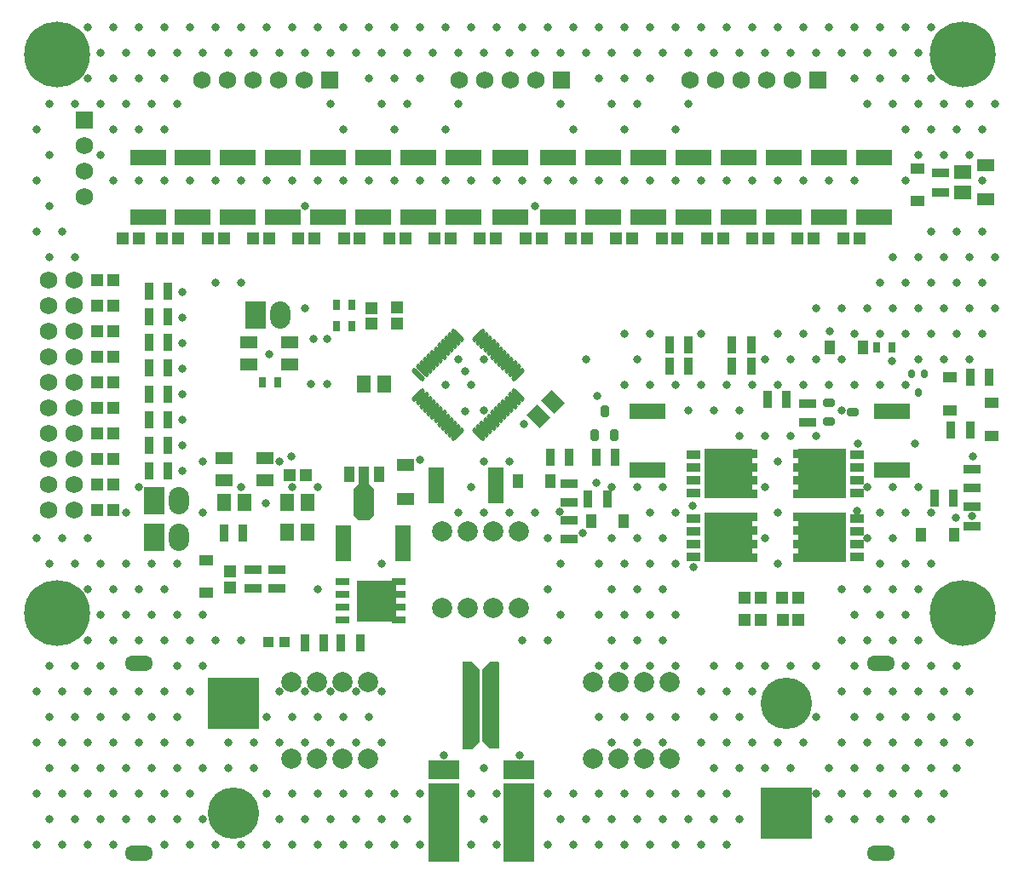
<source format=gts>
G04*
G04 #@! TF.GenerationSoftware,Altium Limited,Altium Designer,23.4.1 (23)*
G04*
G04 Layer_Color=8388736*
%FSLAX44Y44*%
%MOMM*%
G71*
G04*
G04 #@! TF.SameCoordinates,77ABDD02-67A3-4E24-B7DB-6919BA7AE113*
G04*
G04*
G04 #@! TF.FilePolarity,Negative*
G04*
G01*
G75*
%ADD59R,1.1182X1.4232*%
%ADD60R,0.7112X1.0922*%
%ADD61R,3.6032X1.5032*%
G04:AMPARAMS|DCode=62|XSize=1.4732mm|YSize=1.8034mm|CornerRadius=0mm|HoleSize=0mm|Usage=FLASHONLY|Rotation=225.000|XOffset=0mm|YOffset=0mm|HoleType=Round|Shape=Rectangle|*
%AMROTATEDRECTD62*
4,1,4,-0.1167,1.1585,1.1585,-0.1167,0.1167,-1.1585,-1.1585,0.1167,-0.1167,1.1585,0.0*
%
%ADD62ROTATEDRECTD62*%

%ADD63R,1.2032X1.1532*%
%ADD64R,1.1532X1.2032*%
%ADD65R,1.6532X0.9032*%
%ADD66R,0.9032X1.6532*%
%ADD67R,1.4232X1.1182*%
%ADD68R,1.0032X1.0032*%
%ADD69R,3.1532X1.8832*%
%ADD70R,3.1532X7.8232*%
G04:AMPARAMS|DCode=71|XSize=0.6732mm|YSize=0.8032mm|CornerRadius=0.151mm|HoleSize=0mm|Usage=FLASHONLY|Rotation=180.000|XOffset=0mm|YOffset=0mm|HoleType=Round|Shape=RoundedRectangle|*
%AMROUNDEDRECTD71*
21,1,0.6732,0.5013,0,0,180.0*
21,1,0.3713,0.8032,0,0,180.0*
1,1,0.3019,-0.1857,0.2507*
1,1,0.3019,0.1857,0.2507*
1,1,0.3019,0.1857,-0.2507*
1,1,0.3019,-0.1857,-0.2507*
%
%ADD71ROUNDEDRECTD71*%
%ADD72R,3.9620X4.0636*%
%ADD73R,1.3712X0.7616*%
%ADD74R,1.4220X0.7616*%
%ADD75R,1.8032X1.3032*%
%ADD76R,1.8034X1.4732*%
G04:AMPARAMS|DCode=77|XSize=0.8032mm|YSize=1.2032mm|CornerRadius=0.2516mm|HoleSize=0mm|Usage=FLASHONLY|Rotation=180.000|XOffset=0mm|YOffset=0mm|HoleType=Round|Shape=RoundedRectangle|*
%AMROUNDEDRECTD77*
21,1,0.8032,0.7000,0,0,180.0*
21,1,0.3000,1.2032,0,0,180.0*
1,1,0.5032,-0.1500,0.3500*
1,1,0.5032,0.1500,0.3500*
1,1,0.5032,0.1500,-0.3500*
1,1,0.5032,-0.1500,-0.3500*
%
%ADD77ROUNDEDRECTD77*%
G04:AMPARAMS|DCode=78|XSize=0.5032mm|YSize=1.6532mm|CornerRadius=0mm|HoleSize=0mm|Usage=FLASHONLY|Rotation=315.000|XOffset=0mm|YOffset=0mm|HoleType=Round|Shape=Round|*
%AMOVALD78*
21,1,1.1500,0.5032,0.0000,0.0000,45.0*
1,1,0.5032,-0.4066,-0.4066*
1,1,0.5032,0.4066,0.4066*
%
%ADD78OVALD78*%

G04:AMPARAMS|DCode=79|XSize=0.5032mm|YSize=1.6532mm|CornerRadius=0mm|HoleSize=0mm|Usage=FLASHONLY|Rotation=225.000|XOffset=0mm|YOffset=0mm|HoleType=Round|Shape=Round|*
%AMOVALD79*
21,1,1.1500,0.5032,0.0000,0.0000,315.0*
1,1,0.5032,-0.4066,0.4066*
1,1,0.5032,0.4066,-0.4066*
%
%ADD79OVALD79*%

G04:AMPARAMS|DCode=80|XSize=0.8032mm|YSize=1.2032mm|CornerRadius=0.2516mm|HoleSize=0mm|Usage=FLASHONLY|Rotation=90.000|XOffset=0mm|YOffset=0mm|HoleType=Round|Shape=RoundedRectangle|*
%AMROUNDEDRECTD80*
21,1,0.8032,0.7000,0,0,90.0*
21,1,0.3000,1.2032,0,0,90.0*
1,1,0.5032,0.3500,0.1500*
1,1,0.5032,0.3500,-0.1500*
1,1,0.5032,-0.3500,-0.1500*
1,1,0.5032,-0.3500,0.1500*
%
%ADD80ROUNDEDRECTD80*%
%ADD81R,1.4732X1.8034*%
%ADD82R,1.4032X0.8532*%
%ADD83R,0.7032X0.9032*%
%ADD84R,4.7032X4.9032*%
%ADD85R,1.5032X3.6032*%
%ADD86R,1.6533X1.2032*%
%ADD87R,1.1032X1.6032*%
%ADD88R,1.1032X2.0032*%
G04:AMPARAMS|DCode=89|XSize=2.1032mm|YSize=3.6032mm|CornerRadius=0mm|HoleSize=0mm|Usage=FLASHONLY|Rotation=0.000|XOffset=0mm|YOffset=0mm|HoleType=Round|Shape=Octagon|*
%AMOCTAGOND89*
4,1,8,-0.5258,1.8016,0.5258,1.8016,1.0516,1.2758,1.0516,-1.2758,0.5258,-1.8016,-0.5258,-1.8016,-1.0516,-1.2758,-1.0516,1.2758,-0.5258,1.8016,0.0*
%
%ADD89OCTAGOND89*%

%ADD90C,2.0032*%
%ADD91R,5.1192X5.1192*%
%ADD92C,5.1192*%
%ADD93O,2.8032X1.5032*%
%ADD94C,1.7532*%
%ADD95R,1.7532X1.7532*%
%ADD96O,2.0032X2.7032*%
%ADD97R,2.0032X2.7032*%
%ADD98R,1.7532X1.7532*%
%ADD99C,1.7272*%
%ADD100C,0.8232*%
%ADD101C,6.5524*%
G36*
X490462Y250281D02*
Y178456D01*
X490450D01*
X483108Y171114D01*
X474300D01*
X474218Y171196D01*
Y256794D01*
Y257635D01*
X483107D01*
X490462Y250281D01*
D02*
G37*
G36*
X510032Y257127D02*
Y171208D01*
X500622D01*
X493268Y178562D01*
Y250387D01*
X493279Y250387D01*
X500621Y257729D01*
X509429D01*
X510032Y257127D01*
D02*
G37*
D59*
X561459Y437388D02*
D03*
X528709D02*
D03*
X871847Y570484D02*
D03*
X839097D02*
D03*
X929267Y384048D02*
D03*
X962017D02*
D03*
X634222Y397256D02*
D03*
X601472D02*
D03*
D60*
X900430Y570230D02*
D03*
X885190D02*
D03*
X363474Y591312D02*
D03*
X348234D02*
D03*
X363474Y612394D02*
D03*
X348234D02*
D03*
X289814Y535432D02*
D03*
X274574D02*
D03*
D61*
X882396Y758988D02*
D03*
Y699988D02*
D03*
X161036Y758988D02*
D03*
Y699988D02*
D03*
X837549Y758988D02*
D03*
Y699988D02*
D03*
X792702Y758988D02*
D03*
Y699988D02*
D03*
X747855Y758988D02*
D03*
Y699988D02*
D03*
X703008Y758988D02*
D03*
Y699988D02*
D03*
X658162Y758988D02*
D03*
Y699988D02*
D03*
X613315Y758988D02*
D03*
Y699988D02*
D03*
X568468Y758988D02*
D03*
Y699988D02*
D03*
X521336Y758988D02*
D03*
Y699988D02*
D03*
X430117Y758988D02*
D03*
Y699988D02*
D03*
X385270Y758988D02*
D03*
Y699988D02*
D03*
X340424Y758988D02*
D03*
Y699988D02*
D03*
X295577Y758988D02*
D03*
Y699988D02*
D03*
X250730Y758988D02*
D03*
Y699988D02*
D03*
X205883Y758988D02*
D03*
Y699988D02*
D03*
X657250Y507274D02*
D03*
Y448274D02*
D03*
X900938Y507274D02*
D03*
Y448274D02*
D03*
X474964Y699988D02*
D03*
Y758988D02*
D03*
D62*
X563462Y515964D02*
D03*
X549094Y501596D02*
D03*
D63*
X110364Y408686D02*
D03*
X126364D02*
D03*
X770126Y299210D02*
D03*
X754126D02*
D03*
X791814Y299464D02*
D03*
X807814D02*
D03*
X770126Y321310D02*
D03*
X754126D02*
D03*
X791718D02*
D03*
X807718D02*
D03*
X220498Y678688D02*
D03*
X236498D02*
D03*
X281609D02*
D03*
X265609D02*
D03*
X326719D02*
D03*
X310719D02*
D03*
X355830Y678434D02*
D03*
X371830D02*
D03*
X416940D02*
D03*
X400940D02*
D03*
X446050D02*
D03*
X462050D02*
D03*
X552271Y678688D02*
D03*
X536271D02*
D03*
X507161Y678434D02*
D03*
X491161D02*
D03*
X581382Y678688D02*
D03*
X597382D02*
D03*
X642492D02*
D03*
X626492D02*
D03*
X671602D02*
D03*
X687602D02*
D03*
X732713D02*
D03*
X716713D02*
D03*
X761823D02*
D03*
X777823D02*
D03*
X822934D02*
D03*
X806934D02*
D03*
X852044D02*
D03*
X868044D02*
D03*
X301880Y443484D02*
D03*
X317880D02*
D03*
X110364Y434086D02*
D03*
X126364D02*
D03*
X110364Y510286D02*
D03*
X126364D02*
D03*
X110364Y484886D02*
D03*
X126364D02*
D03*
X126364Y459486D02*
D03*
X110364D02*
D03*
Y535686D02*
D03*
X126364D02*
D03*
Y586486D02*
D03*
X110364D02*
D03*
X126364Y561086D02*
D03*
X110364D02*
D03*
X110364Y611886D02*
D03*
X126364D02*
D03*
X126364Y637286D02*
D03*
X110364D02*
D03*
X152018Y678688D02*
D03*
X136018D02*
D03*
X191388D02*
D03*
X175388D02*
D03*
D64*
X242724Y331750D02*
D03*
X242724Y347750D02*
D03*
X408432Y593980D02*
D03*
Y609980D02*
D03*
X383286Y593726D02*
D03*
Y609726D02*
D03*
D65*
X265441Y330352D02*
D03*
Y349352D02*
D03*
X289204Y349352D02*
D03*
Y330352D02*
D03*
X948690Y724662D02*
D03*
Y743662D02*
D03*
X980440Y430326D02*
D03*
Y449326D02*
D03*
X579628Y398780D02*
D03*
Y379780D02*
D03*
X980440Y411938D02*
D03*
Y392938D02*
D03*
X579902Y416122D02*
D03*
Y435122D02*
D03*
X816849Y514468D02*
D03*
Y495468D02*
D03*
D66*
X978408Y487934D02*
D03*
X959408D02*
D03*
X741482Y572770D02*
D03*
X760482D02*
D03*
X997408Y541020D02*
D03*
X978408D02*
D03*
X741482Y551434D02*
D03*
X760482D02*
D03*
X679246D02*
D03*
X698246D02*
D03*
X679246Y572770D02*
D03*
X698246D02*
D03*
X336042Y276604D02*
D03*
X317042D02*
D03*
X372060Y276350D02*
D03*
X353060D02*
D03*
X795986Y518922D02*
D03*
X776986D02*
D03*
X580086Y461264D02*
D03*
X561086D02*
D03*
X942644Y420878D02*
D03*
X961644D02*
D03*
X617424Y419608D02*
D03*
X598424D02*
D03*
X606552Y461518D02*
D03*
X625552D02*
D03*
X255778Y385785D02*
D03*
X236778D02*
D03*
X162102Y524075D02*
D03*
X181102D02*
D03*
X162102Y498566D02*
D03*
X181102D02*
D03*
X162102Y473202D02*
D03*
X181102D02*
D03*
X162102Y447548D02*
D03*
X181102D02*
D03*
X162102Y549656D02*
D03*
X181102D02*
D03*
X162102Y600601D02*
D03*
X181102D02*
D03*
X162102Y575092D02*
D03*
X181102D02*
D03*
X181102Y626110D02*
D03*
X162102D02*
D03*
D67*
X999490Y482735D02*
D03*
Y515485D02*
D03*
X219100Y326211D02*
D03*
X219100Y358961D02*
D03*
X925576Y715713D02*
D03*
Y748463D02*
D03*
X958342Y507627D02*
D03*
Y540377D02*
D03*
D68*
X296544Y277366D02*
D03*
X280544Y277366D02*
D03*
D69*
X455156Y150442D02*
D03*
X529856D02*
D03*
D70*
X455156Y97842D02*
D03*
X529856D02*
D03*
D71*
X926592Y525424D02*
D03*
X920092Y544424D02*
D03*
X933092D02*
D03*
D72*
X388112Y318262D02*
D03*
D73*
X410210Y299212D02*
D03*
Y311912D02*
D03*
Y324612D02*
D03*
Y337312D02*
D03*
D74*
X354584Y299212D02*
D03*
Y311912D02*
D03*
Y324612D02*
D03*
Y337312D02*
D03*
D75*
X993648Y751822D02*
D03*
Y717822D02*
D03*
X417322Y453626D02*
D03*
Y419626D02*
D03*
D76*
X970878Y744982D02*
D03*
Y724662D02*
D03*
D77*
X614934Y506807D02*
D03*
X624434Y482807D02*
D03*
X605434D02*
D03*
D78*
X528891Y543576D02*
D03*
X525355Y547111D02*
D03*
X521820Y550647D02*
D03*
X518284Y554182D02*
D03*
X514749Y557718D02*
D03*
X511213Y561254D02*
D03*
X507677Y564789D02*
D03*
X504142Y568325D02*
D03*
X500606Y571860D02*
D03*
X497071Y575396D02*
D03*
X493535Y578931D02*
D03*
X490000Y582467D02*
D03*
X430249Y522716D02*
D03*
X433785Y519181D02*
D03*
X437320Y515645D02*
D03*
X440856Y512110D02*
D03*
X444392Y508574D02*
D03*
X447927Y505038D02*
D03*
X451463Y501503D02*
D03*
X454998Y497967D02*
D03*
X458534Y494432D02*
D03*
X462069Y490896D02*
D03*
X465605Y487361D02*
D03*
X469140Y483825D02*
D03*
D79*
Y582467D02*
D03*
X465605Y578931D02*
D03*
X462069Y575396D02*
D03*
X458534Y571860D02*
D03*
X454998Y568325D02*
D03*
X451463Y564789D02*
D03*
X447927Y561254D02*
D03*
X444392Y557718D02*
D03*
X440856Y554182D02*
D03*
X437320Y550647D02*
D03*
X433785Y547111D02*
D03*
X430249Y543576D02*
D03*
X490000Y483825D02*
D03*
X493535Y487361D02*
D03*
X497071Y490896D02*
D03*
X500606Y494432D02*
D03*
X504142Y497967D02*
D03*
X507677Y501503D02*
D03*
X511213Y505038D02*
D03*
X514749Y508574D02*
D03*
X518284Y512110D02*
D03*
X521820Y515645D02*
D03*
X525355Y519181D02*
D03*
X528891Y522716D02*
D03*
D80*
X861630Y505968D02*
D03*
X837630Y496468D02*
D03*
Y515468D02*
D03*
D81*
X375666Y534162D02*
D03*
X395986D02*
D03*
X320040Y416535D02*
D03*
X299720D02*
D03*
X256794D02*
D03*
X236474D02*
D03*
X320040Y386334D02*
D03*
X299720D02*
D03*
D82*
X865930Y400545D02*
D03*
X865930Y387845D02*
D03*
Y375145D02*
D03*
X865930Y362445D02*
D03*
X703220Y362445D02*
D03*
Y375145D02*
D03*
Y387845D02*
D03*
Y400545D02*
D03*
X865930Y463706D02*
D03*
Y451006D02*
D03*
X865930Y438306D02*
D03*
X865930Y425606D02*
D03*
X703220Y425606D02*
D03*
X703220Y438306D02*
D03*
X703220Y451006D02*
D03*
Y463706D02*
D03*
D83*
X805930Y361495D02*
D03*
Y374745D02*
D03*
X805930Y388245D02*
D03*
Y401495D02*
D03*
X763220Y401495D02*
D03*
Y388245D02*
D03*
Y374745D02*
D03*
Y361495D02*
D03*
X805930Y424656D02*
D03*
Y437906D02*
D03*
X805930Y451406D02*
D03*
X805930Y464656D02*
D03*
X763220Y464656D02*
D03*
X763220Y451406D02*
D03*
X763220Y437906D02*
D03*
X763220Y424656D02*
D03*
D84*
X830930Y381495D02*
D03*
X738220Y381495D02*
D03*
X830930Y444656D02*
D03*
X738220Y444656D02*
D03*
D85*
X507020Y433324D02*
D03*
X448020D02*
D03*
X355310Y375666D02*
D03*
X414310Y375666D02*
D03*
D86*
X236798Y438581D02*
D03*
Y460579D02*
D03*
X277298Y438581D02*
D03*
Y460579D02*
D03*
X301682Y575387D02*
D03*
Y553388D02*
D03*
X261182Y575387D02*
D03*
Y553388D02*
D03*
D87*
X390920Y443998D02*
D03*
X360920D02*
D03*
D88*
X375920Y441998D02*
D03*
D89*
Y415998D02*
D03*
D90*
X303390Y161290D02*
D03*
X379590D02*
D03*
X354190D02*
D03*
X328790D02*
D03*
X379590Y237490D02*
D03*
X354190D02*
D03*
X328790D02*
D03*
X303390D02*
D03*
X603390D02*
D03*
X628790D02*
D03*
X654190D02*
D03*
X679590D02*
D03*
X603390Y161290D02*
D03*
X628790D02*
D03*
X654190D02*
D03*
X679590D02*
D03*
X453390Y387490D02*
D03*
X478790D02*
D03*
X504190D02*
D03*
X529590D02*
D03*
X453390Y311290D02*
D03*
X478790D02*
D03*
X504190D02*
D03*
X529590D02*
D03*
D91*
X796000Y107408D02*
D03*
X246380Y216408D02*
D03*
D92*
X796000D02*
D03*
X246380Y107408D02*
D03*
D93*
X890000Y67408D02*
D03*
Y256408D02*
D03*
X152380D02*
D03*
Y67408D02*
D03*
D94*
X214630Y836168D02*
D03*
X240030D02*
D03*
X265430D02*
D03*
X290830D02*
D03*
X316230D02*
D03*
X98298Y770636D02*
D03*
Y745236D02*
D03*
Y719836D02*
D03*
X546736Y836516D02*
D03*
X521336D02*
D03*
X495936D02*
D03*
X470536D02*
D03*
X801426D02*
D03*
X776026D02*
D03*
X750626D02*
D03*
X725226D02*
D03*
X699826D02*
D03*
D95*
X341630Y836168D02*
D03*
X572136Y836516D02*
D03*
X826826D02*
D03*
D96*
X192132Y381762D02*
D03*
X292970Y602234D02*
D03*
X192132Y417576D02*
D03*
D97*
X167132Y381762D02*
D03*
X267970Y602234D02*
D03*
X167132Y417576D02*
D03*
D98*
X98298Y796036D02*
D03*
D99*
X87630Y408686D02*
D03*
Y434086D02*
D03*
X62230Y434086D02*
D03*
X87630Y459486D02*
D03*
X62230D02*
D03*
X87630Y484886D02*
D03*
X62230D02*
D03*
X87630Y510286D02*
D03*
X62230D02*
D03*
Y637286D02*
D03*
X87630D02*
D03*
X62230Y611886D02*
D03*
X87630D02*
D03*
X62230Y586486D02*
D03*
X87630D02*
D03*
X62230Y561086D02*
D03*
X87630Y561086D02*
D03*
X62230Y535686D02*
D03*
X87630Y535686D02*
D03*
X62230Y408686D02*
D03*
D100*
X1003300Y812800D02*
D03*
X990600Y787400D02*
D03*
Y736600D02*
D03*
Y685800D02*
D03*
X1003300Y660400D02*
D03*
X990600Y635000D02*
D03*
X1003300Y609600D02*
D03*
X990600Y584200D02*
D03*
X977900Y812800D02*
D03*
X965200Y787400D02*
D03*
X977900Y762000D02*
D03*
X965200Y685800D02*
D03*
X977900Y660400D02*
D03*
X965200Y635000D02*
D03*
X977900Y609600D02*
D03*
X965200Y584200D02*
D03*
X977900Y558800D02*
D03*
X939800Y889000D02*
D03*
Y838200D02*
D03*
X952500Y812800D02*
D03*
X939800Y787400D02*
D03*
X952500Y762000D02*
D03*
X939800Y685800D02*
D03*
X952500Y660400D02*
D03*
X939800Y635000D02*
D03*
X952500Y609600D02*
D03*
X939800Y584200D02*
D03*
X952500Y558800D02*
D03*
X914400Y889000D02*
D03*
X927100Y863600D02*
D03*
X914400Y838200D02*
D03*
X927100Y812800D02*
D03*
X914400Y787400D02*
D03*
X927100Y762000D02*
D03*
X914400Y736600D02*
D03*
X927100Y660400D02*
D03*
X914400Y635000D02*
D03*
X927100Y609600D02*
D03*
X914400Y584200D02*
D03*
X927100Y558800D02*
D03*
X914400Y533400D02*
D03*
X889000Y889000D02*
D03*
X901700Y863600D02*
D03*
X889000Y838200D02*
D03*
X901700Y812800D02*
D03*
Y660400D02*
D03*
X889000Y635000D02*
D03*
X901700Y609600D02*
D03*
X889000Y584200D02*
D03*
Y533400D02*
D03*
X863600Y889000D02*
D03*
X876300Y863600D02*
D03*
X863600Y838200D02*
D03*
X876300Y812800D02*
D03*
X863600Y736600D02*
D03*
X876300Y609600D02*
D03*
X863600Y584200D02*
D03*
Y533400D02*
D03*
X838200Y889000D02*
D03*
X850900Y863600D02*
D03*
X838200Y736600D02*
D03*
X850900Y609600D02*
D03*
Y558800D02*
D03*
X838200Y533400D02*
D03*
X850900Y508000D02*
D03*
X812800Y889000D02*
D03*
X825500Y863600D02*
D03*
X812800Y736600D02*
D03*
X825500Y609600D02*
D03*
X812800Y584200D02*
D03*
X825500Y558800D02*
D03*
X812800Y533400D02*
D03*
X787400Y889000D02*
D03*
X800100Y863600D02*
D03*
X787400Y736600D02*
D03*
Y584200D02*
D03*
X800100Y558800D02*
D03*
X787400Y533400D02*
D03*
X762000Y889000D02*
D03*
X774700Y863600D02*
D03*
X762000Y736600D02*
D03*
X774700Y558800D02*
D03*
X762000Y533400D02*
D03*
X736600Y889000D02*
D03*
X749300Y863600D02*
D03*
X736600Y736600D02*
D03*
Y533400D02*
D03*
X749300Y508000D02*
D03*
X711200Y889000D02*
D03*
X723900Y863600D02*
D03*
X711200Y736600D02*
D03*
Y584200D02*
D03*
Y533400D02*
D03*
X723900Y508000D02*
D03*
X685800Y889000D02*
D03*
X698500Y863600D02*
D03*
Y812800D02*
D03*
X685800Y787400D02*
D03*
Y736600D02*
D03*
Y533400D02*
D03*
X698500Y508000D02*
D03*
X660400Y889000D02*
D03*
X673100Y863600D02*
D03*
X660400Y838200D02*
D03*
Y736600D02*
D03*
Y584200D02*
D03*
Y533400D02*
D03*
X635000Y889000D02*
D03*
X647700Y863600D02*
D03*
X635000Y838200D02*
D03*
X647700Y812800D02*
D03*
X635000Y787400D02*
D03*
Y736600D02*
D03*
Y584200D02*
D03*
X647700Y558800D02*
D03*
X635000Y533400D02*
D03*
X609600Y889000D02*
D03*
X622300Y863600D02*
D03*
X609600Y838200D02*
D03*
X622300Y812800D02*
D03*
X609600Y736600D02*
D03*
X584200Y889000D02*
D03*
X596900Y863600D02*
D03*
X584200Y787400D02*
D03*
Y736600D02*
D03*
X596900Y558800D02*
D03*
X558800Y889000D02*
D03*
X571500Y863600D02*
D03*
Y812800D02*
D03*
X558800Y736600D02*
D03*
Y381000D02*
D03*
X571500Y355600D02*
D03*
X558800Y330200D02*
D03*
X571500Y304800D02*
D03*
X558800Y279400D02*
D03*
X533400Y889000D02*
D03*
X546100Y863600D02*
D03*
X533400Y736600D02*
D03*
X546100Y711200D02*
D03*
Y406400D02*
D03*
X533400Y279400D02*
D03*
X508000Y889000D02*
D03*
X520700Y863600D02*
D03*
X508000Y736600D02*
D03*
X520700Y457200D02*
D03*
Y406400D02*
D03*
X508000Y127000D02*
D03*
Y76200D02*
D03*
X482600Y889000D02*
D03*
X495300Y863600D02*
D03*
X482600Y736600D02*
D03*
X495300Y558800D02*
D03*
X482600Y533400D02*
D03*
X495300Y508000D02*
D03*
Y457200D02*
D03*
X482600Y431800D02*
D03*
X495300Y406400D02*
D03*
Y152400D02*
D03*
X482600Y127000D02*
D03*
X495300Y101600D02*
D03*
X482600Y76200D02*
D03*
X457200Y889000D02*
D03*
X469900Y863600D02*
D03*
Y812800D02*
D03*
X457200Y787400D02*
D03*
Y736600D02*
D03*
X469900Y558800D02*
D03*
X457200Y533400D02*
D03*
X469900Y406400D02*
D03*
X431800Y889000D02*
D03*
X444500Y863600D02*
D03*
X431800Y838200D02*
D03*
Y736600D02*
D03*
Y127000D02*
D03*
Y76200D02*
D03*
X406400Y889000D02*
D03*
X419100Y863600D02*
D03*
X406400Y838200D02*
D03*
X419100Y812800D02*
D03*
X406400Y787400D02*
D03*
Y736600D02*
D03*
Y127000D02*
D03*
X419100Y101600D02*
D03*
X406400Y76200D02*
D03*
X381000Y889000D02*
D03*
X393700Y863600D02*
D03*
X381000Y838200D02*
D03*
X393700Y812800D02*
D03*
X381000Y736600D02*
D03*
X393700Y355600D02*
D03*
X381000Y127000D02*
D03*
X393700Y101600D02*
D03*
X381000Y76200D02*
D03*
X355600Y889000D02*
D03*
X368300Y863600D02*
D03*
X355600Y787400D02*
D03*
Y736600D02*
D03*
Y127000D02*
D03*
X368300Y101600D02*
D03*
X355600Y76200D02*
D03*
X330200Y889000D02*
D03*
X342900Y863600D02*
D03*
Y812800D02*
D03*
X330200Y736600D02*
D03*
Y431800D02*
D03*
Y330200D02*
D03*
Y127000D02*
D03*
X342900Y101600D02*
D03*
X330200Y76200D02*
D03*
X304800Y889000D02*
D03*
X317500Y863600D02*
D03*
X304800Y736600D02*
D03*
X317500Y711200D02*
D03*
Y609600D02*
D03*
X304800Y431800D02*
D03*
Y127000D02*
D03*
X317500Y101600D02*
D03*
X304800Y76200D02*
D03*
X279400Y889000D02*
D03*
X292100Y863600D02*
D03*
X279400Y736600D02*
D03*
X292100Y457200D02*
D03*
X279400Y127000D02*
D03*
X292100Y101600D02*
D03*
X279400Y76200D02*
D03*
X254000Y889000D02*
D03*
X266700Y863600D02*
D03*
X254000Y736600D02*
D03*
Y635000D02*
D03*
Y431800D02*
D03*
Y279400D02*
D03*
X266700Y152400D02*
D03*
X254000Y76200D02*
D03*
X228600Y889000D02*
D03*
X241300Y863600D02*
D03*
X228600Y736600D02*
D03*
Y635000D02*
D03*
Y279400D02*
D03*
X241300Y152400D02*
D03*
X228600Y76200D02*
D03*
X203200Y889000D02*
D03*
X215900Y863600D02*
D03*
X203200Y736600D02*
D03*
X215900Y457200D02*
D03*
Y406400D02*
D03*
Y304800D02*
D03*
X203200Y279400D02*
D03*
X215900Y254000D02*
D03*
X203200Y228600D02*
D03*
Y177800D02*
D03*
X215900Y152400D02*
D03*
X203200Y127000D02*
D03*
X215900Y101600D02*
D03*
X203200Y76200D02*
D03*
X177800Y889000D02*
D03*
X190500Y863600D02*
D03*
X177800Y838200D02*
D03*
X190500Y812800D02*
D03*
X177800Y787400D02*
D03*
Y736600D02*
D03*
X190500Y355600D02*
D03*
X177800Y330200D02*
D03*
X190500Y304800D02*
D03*
X177800Y279400D02*
D03*
X190500Y254000D02*
D03*
X177800Y228600D02*
D03*
X190500Y203200D02*
D03*
X177800Y177800D02*
D03*
X190500Y152400D02*
D03*
X177800Y127000D02*
D03*
X190500Y101600D02*
D03*
X177800Y76200D02*
D03*
X152400Y889000D02*
D03*
X165100Y863600D02*
D03*
X152400Y838200D02*
D03*
X165100Y812800D02*
D03*
X152400Y787400D02*
D03*
Y736600D02*
D03*
Y431800D02*
D03*
X165100Y355600D02*
D03*
X152400Y330200D02*
D03*
X165100Y304800D02*
D03*
X152400Y279400D02*
D03*
Y228600D02*
D03*
X165100Y203200D02*
D03*
X152400Y177800D02*
D03*
X165100Y152400D02*
D03*
X152400Y127000D02*
D03*
X165100Y101600D02*
D03*
X127000Y889000D02*
D03*
X139700Y863600D02*
D03*
X127000Y838200D02*
D03*
X139700Y812800D02*
D03*
X127000Y787400D02*
D03*
Y736600D02*
D03*
X139700Y406400D02*
D03*
Y355600D02*
D03*
X127000Y330200D02*
D03*
X139700Y304800D02*
D03*
X127000Y279400D02*
D03*
Y228600D02*
D03*
X139700Y203200D02*
D03*
X127000Y177800D02*
D03*
X139700Y152400D02*
D03*
X127000Y127000D02*
D03*
X139700Y101600D02*
D03*
X127000Y76200D02*
D03*
X101600Y889000D02*
D03*
X114300Y863600D02*
D03*
X101600Y838200D02*
D03*
X114300Y812800D02*
D03*
Y762000D02*
D03*
X101600Y381000D02*
D03*
X114300Y355600D02*
D03*
X101600Y330200D02*
D03*
X114300Y304800D02*
D03*
X101600Y279400D02*
D03*
X114300Y254000D02*
D03*
X101600Y228600D02*
D03*
X114300Y203200D02*
D03*
X101600Y177800D02*
D03*
X114300Y152400D02*
D03*
X101600Y127000D02*
D03*
X114300Y101600D02*
D03*
X101600Y76200D02*
D03*
X88900Y812800D02*
D03*
X76200Y685800D02*
D03*
X88900Y660400D02*
D03*
X76200Y381000D02*
D03*
X88900Y355600D02*
D03*
Y254000D02*
D03*
X76200Y228600D02*
D03*
X88900Y203200D02*
D03*
X76200Y177800D02*
D03*
X88900Y152400D02*
D03*
X76200Y127000D02*
D03*
X88900Y101600D02*
D03*
X76200Y76200D02*
D03*
X63500Y812800D02*
D03*
X50800Y787400D02*
D03*
X63500Y762000D02*
D03*
X50800Y736600D02*
D03*
X63500Y711200D02*
D03*
X50800Y685800D02*
D03*
X63500Y660400D02*
D03*
X50800Y381000D02*
D03*
X63500Y355600D02*
D03*
Y254000D02*
D03*
X50800Y228600D02*
D03*
X63500Y203200D02*
D03*
X50800Y177800D02*
D03*
X63500Y152400D02*
D03*
X50800Y127000D02*
D03*
X63500Y101600D02*
D03*
X50800Y76200D02*
D03*
X281686Y563880D02*
D03*
X530352Y164592D02*
D03*
X455168D02*
D03*
X965200Y254000D02*
D03*
X977900Y228600D02*
D03*
X965200Y203200D02*
D03*
X977900Y177800D02*
D03*
X965200Y152400D02*
D03*
X939800Y406400D02*
D03*
Y355600D02*
D03*
Y254000D02*
D03*
X952500Y228600D02*
D03*
X939800Y203200D02*
D03*
X952500Y177800D02*
D03*
X939800Y152400D02*
D03*
X952500Y127000D02*
D03*
X939800Y101600D02*
D03*
X927100Y431800D02*
D03*
X914400Y406400D02*
D03*
Y355600D02*
D03*
X927100Y330200D02*
D03*
X914400Y304800D02*
D03*
X927100Y279400D02*
D03*
X914400Y254000D02*
D03*
X927100Y228600D02*
D03*
X914400Y203200D02*
D03*
X927100Y177800D02*
D03*
X914400Y152400D02*
D03*
X927100Y127000D02*
D03*
X914400Y101600D02*
D03*
X901700Y431800D02*
D03*
X889000Y406400D02*
D03*
X901700Y381000D02*
D03*
X889000Y355600D02*
D03*
X901700Y330200D02*
D03*
X889000Y304800D02*
D03*
X901700Y279400D02*
D03*
Y228600D02*
D03*
X889000Y203200D02*
D03*
X901700Y177800D02*
D03*
X889000Y152400D02*
D03*
X901700Y127000D02*
D03*
X889000Y101600D02*
D03*
X876300Y431800D02*
D03*
Y381000D02*
D03*
Y330200D02*
D03*
X863600Y304800D02*
D03*
X876300Y279400D02*
D03*
X863600Y254000D02*
D03*
X876300Y228600D02*
D03*
X863600Y203200D02*
D03*
X876300Y177800D02*
D03*
X863600Y152400D02*
D03*
X876300Y127000D02*
D03*
X863600Y101600D02*
D03*
X850900Y330200D02*
D03*
Y279400D02*
D03*
Y228600D02*
D03*
Y177800D02*
D03*
X838200Y152400D02*
D03*
X850900Y127000D02*
D03*
X838200Y101600D02*
D03*
X825500Y127000D02*
D03*
Y254000D02*
D03*
Y203200D02*
D03*
X812800Y177800D02*
D03*
X800100Y254000D02*
D03*
X787400Y177800D02*
D03*
X800100Y152400D02*
D03*
X774700Y254000D02*
D03*
X762000Y228600D02*
D03*
Y177800D02*
D03*
X774700Y152400D02*
D03*
X749300Y254000D02*
D03*
X736600Y228600D02*
D03*
X749300Y203200D02*
D03*
X736600Y177800D02*
D03*
X749300Y152400D02*
D03*
X736600Y127000D02*
D03*
X749300Y101600D02*
D03*
X736600Y76200D02*
D03*
X723900Y254000D02*
D03*
X711200Y228600D02*
D03*
X723900Y203200D02*
D03*
X711200Y177800D02*
D03*
X723900Y152400D02*
D03*
X711200Y127000D02*
D03*
X723900Y101600D02*
D03*
X711200Y76200D02*
D03*
X685800Y127000D02*
D03*
X698500Y101600D02*
D03*
X685800Y76200D02*
D03*
X660400Y127000D02*
D03*
X673100Y101600D02*
D03*
X660400Y76200D02*
D03*
X635000Y127000D02*
D03*
X647700Y101600D02*
D03*
X635000Y76200D02*
D03*
X609600Y127000D02*
D03*
X622300Y101600D02*
D03*
X609600Y76200D02*
D03*
X584200Y127000D02*
D03*
X596900Y101600D02*
D03*
X584200Y76200D02*
D03*
X558800Y127000D02*
D03*
X571500Y101600D02*
D03*
X558800Y76200D02*
D03*
X825500Y482600D02*
D03*
X800100D02*
D03*
X787400Y457200D02*
D03*
Y406400D02*
D03*
Y355600D02*
D03*
X774700Y482600D02*
D03*
Y431800D02*
D03*
Y381000D02*
D03*
X749300Y482600D02*
D03*
X685800Y406400D02*
D03*
Y355600D02*
D03*
Y304800D02*
D03*
Y254000D02*
D03*
Y203200D02*
D03*
X673100Y431800D02*
D03*
X660400Y406400D02*
D03*
X673100Y381000D02*
D03*
X660400Y355600D02*
D03*
X673100Y330200D02*
D03*
X660400Y304800D02*
D03*
X673100Y279400D02*
D03*
X660400Y254000D02*
D03*
Y203200D02*
D03*
X673100Y177800D02*
D03*
X647700Y431800D02*
D03*
Y381000D02*
D03*
X635000Y355600D02*
D03*
X647700Y330200D02*
D03*
X635000Y304800D02*
D03*
X647700Y279400D02*
D03*
X635000Y254000D02*
D03*
Y203200D02*
D03*
X647700Y177800D02*
D03*
X622300Y431800D02*
D03*
Y381000D02*
D03*
X609600Y355600D02*
D03*
X622300Y330200D02*
D03*
X609600Y304800D02*
D03*
X622300Y279400D02*
D03*
X609600Y254000D02*
D03*
Y203200D02*
D03*
X622300Y177800D02*
D03*
X393700Y228600D02*
D03*
X381000Y203200D02*
D03*
X393700Y177800D02*
D03*
X368300Y228600D02*
D03*
X355600Y203200D02*
D03*
X368300Y177800D02*
D03*
X342900Y228600D02*
D03*
X330200Y203200D02*
D03*
X342900Y177800D02*
D03*
X317500Y228600D02*
D03*
X304800Y203200D02*
D03*
X317500Y177800D02*
D03*
X292100Y228600D02*
D03*
X279400Y203200D02*
D03*
X292100Y177800D02*
D03*
X266700D02*
D03*
X241300D02*
D03*
X476504Y546862D02*
D03*
X431546Y458470D02*
D03*
X303276Y462280D02*
D03*
X838962Y586740D02*
D03*
X900684Y557022D02*
D03*
X963930Y401066D02*
D03*
X607568Y522224D02*
D03*
X923544Y474726D02*
D03*
X980694Y461772D02*
D03*
X325374Y578866D02*
D03*
X338836D02*
D03*
X866394Y474726D02*
D03*
X866140Y408126D02*
D03*
X980440Y402538D02*
D03*
X534804Y494404D02*
D03*
X606806Y435610D02*
D03*
X338836Y534162D02*
D03*
X322834D02*
D03*
X195575Y447548D02*
D03*
Y600168D02*
D03*
Y472985D02*
D03*
Y498421D02*
D03*
Y523858D02*
D03*
Y549295D02*
D03*
Y574731D02*
D03*
X476758Y507238D02*
D03*
X570230Y407162D02*
D03*
X593090Y385826D02*
D03*
X703326Y352044D02*
D03*
X702564Y413258D02*
D03*
X278384Y415544D02*
D03*
X195575Y625605D02*
D03*
D101*
X971150Y862031D02*
D03*
X71149D02*
D03*
X71124Y306570D02*
D03*
X971046D02*
D03*
M02*

</source>
